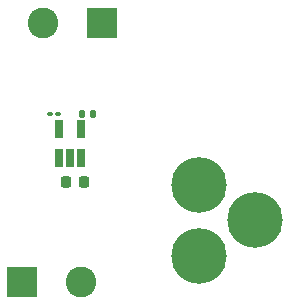
<source format=gts>
%TF.GenerationSoftware,KiCad,Pcbnew,8.0.4*%
%TF.CreationDate,2024-11-20T20:43:31-05:00*%
%TF.ProjectId,voltage_regulator_5V_ap2210,766f6c74-6167-4655-9f72-6567756c6174,rev?*%
%TF.SameCoordinates,Original*%
%TF.FileFunction,Soldermask,Top*%
%TF.FilePolarity,Negative*%
%FSLAX46Y46*%
G04 Gerber Fmt 4.6, Leading zero omitted, Abs format (unit mm)*
G04 Created by KiCad (PCBNEW 8.0.4) date 2024-11-20 20:43:31*
%MOMM*%
%LPD*%
G01*
G04 APERTURE LIST*
G04 Aperture macros list*
%AMRoundRect*
0 Rectangle with rounded corners*
0 $1 Rounding radius*
0 $2 $3 $4 $5 $6 $7 $8 $9 X,Y pos of 4 corners*
0 Add a 4 corners polygon primitive as box body*
4,1,4,$2,$3,$4,$5,$6,$7,$8,$9,$2,$3,0*
0 Add four circle primitives for the rounded corners*
1,1,$1+$1,$2,$3*
1,1,$1+$1,$4,$5*
1,1,$1+$1,$6,$7*
1,1,$1+$1,$8,$9*
0 Add four rect primitives between the rounded corners*
20,1,$1+$1,$2,$3,$4,$5,0*
20,1,$1+$1,$4,$5,$6,$7,0*
20,1,$1+$1,$6,$7,$8,$9,0*
20,1,$1+$1,$8,$9,$2,$3,0*%
G04 Aperture macros list end*
%ADD10R,2.600000X2.600000*%
%ADD11C,2.600000*%
%ADD12RoundRect,0.102000X-0.275000X-0.650000X0.275000X-0.650000X0.275000X0.650000X-0.275000X0.650000X0*%
%ADD13C,4.704000*%
%ADD14RoundRect,0.100000X0.130000X0.100000X-0.130000X0.100000X-0.130000X-0.100000X0.130000X-0.100000X0*%
%ADD15RoundRect,0.140000X-0.140000X-0.170000X0.140000X-0.170000X0.140000X0.170000X-0.140000X0.170000X0*%
%ADD16RoundRect,0.225000X0.225000X0.250000X-0.225000X0.250000X-0.225000X-0.250000X0.225000X-0.250000X0*%
G04 APERTURE END LIST*
D10*
%TO.C,J3*%
X104000000Y-46250000D03*
D11*
X99000000Y-46250000D03*
%TD*%
D12*
%TO.C,U1*%
X100350000Y-57750000D03*
X101300000Y-57750000D03*
X102250000Y-57750000D03*
X102250000Y-55250000D03*
X100350000Y-55250000D03*
%TD*%
D13*
%TO.C,J2*%
X112250000Y-60000000D03*
X112250000Y-66000000D03*
X116950000Y-63000000D03*
%TD*%
D10*
%TO.C,J1*%
X97250000Y-68250000D03*
D11*
X102250000Y-68250000D03*
%TD*%
D14*
%TO.C,C2*%
X100250000Y-54000000D03*
X99610000Y-54000000D03*
%TD*%
D15*
%TO.C,C3*%
X102270000Y-54000000D03*
X103230000Y-54000000D03*
%TD*%
D16*
%TO.C,C1*%
X102500000Y-59750000D03*
X100950000Y-59750000D03*
%TD*%
M02*

</source>
